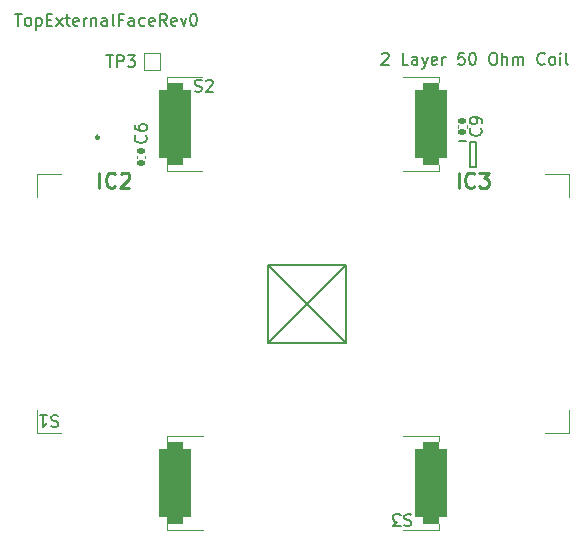
<source format=gto>
G04 #@! TF.GenerationSoftware,KiCad,Pcbnew,7.0.2*
G04 #@! TF.CreationDate,2023-06-06T15:17:54-04:00*
G04 #@! TF.ProjectId,TopExternalFaceRev1,546f7045-7874-4657-926e-616c46616365,rev?*
G04 #@! TF.SameCoordinates,Original*
G04 #@! TF.FileFunction,Legend,Top*
G04 #@! TF.FilePolarity,Positive*
%FSLAX46Y46*%
G04 Gerber Fmt 4.6, Leading zero omitted, Abs format (unit mm)*
G04 Created by KiCad (PCBNEW 7.0.2) date 2023-06-06 15:17:54*
%MOMM*%
%LPD*%
G01*
G04 APERTURE LIST*
G04 Aperture macros list*
%AMRoundRect*
0 Rectangle with rounded corners*
0 $1 Rounding radius*
0 $2 $3 $4 $5 $6 $7 $8 $9 X,Y pos of 4 corners*
0 Add a 4 corners polygon primitive as box body*
4,1,4,$2,$3,$4,$5,$6,$7,$8,$9,$2,$3,0*
0 Add four circle primitives for the rounded corners*
1,1,$1+$1,$2,$3*
1,1,$1+$1,$4,$5*
1,1,$1+$1,$6,$7*
1,1,$1+$1,$8,$9*
0 Add four rect primitives between the rounded corners*
20,1,$1+$1,$2,$3,$4,$5,0*
20,1,$1+$1,$4,$5,$6,$7,0*
20,1,$1+$1,$6,$7,$8,$9,0*
20,1,$1+$1,$8,$9,$2,$3,0*%
G04 Aperture macros list end*
%ADD10C,0.150000*%
%ADD11C,0.254000*%
%ADD12C,0.120000*%
%ADD13C,0.200000*%
%ADD14C,0.250000*%
%ADD15C,3.500000*%
%ADD16R,1.000000X1.000000*%
%ADD17RoundRect,0.140000X-0.170000X0.140000X-0.170000X-0.140000X0.170000X-0.140000X0.170000X0.140000X0*%
%ADD18RoundRect,0.140000X0.170000X-0.140000X0.170000X0.140000X-0.170000X0.140000X-0.170000X-0.140000X0*%
%ADD19R,0.620000X0.300000*%
%ADD20RoundRect,0.660750X0.660750X2.839250X-0.660750X2.839250X-0.660750X-2.839250X0.660750X-2.839250X0*%
%ADD21RoundRect,0.660750X-0.660750X-2.839250X0.660750X-2.839250X0.660750X2.839250X-0.660750X2.839250X0*%
%ADD22R,0.600000X0.350000*%
%ADD23R,1.100000X1.700000*%
G04 APERTURE END LIST*
D10*
X122000000Y-121800000D02*
X128600000Y-121800000D01*
X128600000Y-128400000D01*
X122000000Y-128400000D01*
X122000000Y-121800000D01*
X128600000Y-121800000D02*
X122000000Y-128400000D01*
X122000000Y-121800000D02*
X128600000Y-128400000D01*
X131690476Y-103972857D02*
X131738095Y-103925238D01*
X131738095Y-103925238D02*
X131833333Y-103877619D01*
X131833333Y-103877619D02*
X132071428Y-103877619D01*
X132071428Y-103877619D02*
X132166666Y-103925238D01*
X132166666Y-103925238D02*
X132214285Y-103972857D01*
X132214285Y-103972857D02*
X132261904Y-104068095D01*
X132261904Y-104068095D02*
X132261904Y-104163333D01*
X132261904Y-104163333D02*
X132214285Y-104306190D01*
X132214285Y-104306190D02*
X131642857Y-104877619D01*
X131642857Y-104877619D02*
X132261904Y-104877619D01*
X133928571Y-104877619D02*
X133452381Y-104877619D01*
X133452381Y-104877619D02*
X133452381Y-103877619D01*
X134690476Y-104877619D02*
X134690476Y-104353809D01*
X134690476Y-104353809D02*
X134642857Y-104258571D01*
X134642857Y-104258571D02*
X134547619Y-104210952D01*
X134547619Y-104210952D02*
X134357143Y-104210952D01*
X134357143Y-104210952D02*
X134261905Y-104258571D01*
X134690476Y-104830000D02*
X134595238Y-104877619D01*
X134595238Y-104877619D02*
X134357143Y-104877619D01*
X134357143Y-104877619D02*
X134261905Y-104830000D01*
X134261905Y-104830000D02*
X134214286Y-104734761D01*
X134214286Y-104734761D02*
X134214286Y-104639523D01*
X134214286Y-104639523D02*
X134261905Y-104544285D01*
X134261905Y-104544285D02*
X134357143Y-104496666D01*
X134357143Y-104496666D02*
X134595238Y-104496666D01*
X134595238Y-104496666D02*
X134690476Y-104449047D01*
X135071429Y-104210952D02*
X135309524Y-104877619D01*
X135547619Y-104210952D02*
X135309524Y-104877619D01*
X135309524Y-104877619D02*
X135214286Y-105115714D01*
X135214286Y-105115714D02*
X135166667Y-105163333D01*
X135166667Y-105163333D02*
X135071429Y-105210952D01*
X136309524Y-104830000D02*
X136214286Y-104877619D01*
X136214286Y-104877619D02*
X136023810Y-104877619D01*
X136023810Y-104877619D02*
X135928572Y-104830000D01*
X135928572Y-104830000D02*
X135880953Y-104734761D01*
X135880953Y-104734761D02*
X135880953Y-104353809D01*
X135880953Y-104353809D02*
X135928572Y-104258571D01*
X135928572Y-104258571D02*
X136023810Y-104210952D01*
X136023810Y-104210952D02*
X136214286Y-104210952D01*
X136214286Y-104210952D02*
X136309524Y-104258571D01*
X136309524Y-104258571D02*
X136357143Y-104353809D01*
X136357143Y-104353809D02*
X136357143Y-104449047D01*
X136357143Y-104449047D02*
X135880953Y-104544285D01*
X136785715Y-104877619D02*
X136785715Y-104210952D01*
X136785715Y-104401428D02*
X136833334Y-104306190D01*
X136833334Y-104306190D02*
X136880953Y-104258571D01*
X136880953Y-104258571D02*
X136976191Y-104210952D01*
X136976191Y-104210952D02*
X137071429Y-104210952D01*
X138642858Y-103877619D02*
X138166668Y-103877619D01*
X138166668Y-103877619D02*
X138119049Y-104353809D01*
X138119049Y-104353809D02*
X138166668Y-104306190D01*
X138166668Y-104306190D02*
X138261906Y-104258571D01*
X138261906Y-104258571D02*
X138500001Y-104258571D01*
X138500001Y-104258571D02*
X138595239Y-104306190D01*
X138595239Y-104306190D02*
X138642858Y-104353809D01*
X138642858Y-104353809D02*
X138690477Y-104449047D01*
X138690477Y-104449047D02*
X138690477Y-104687142D01*
X138690477Y-104687142D02*
X138642858Y-104782380D01*
X138642858Y-104782380D02*
X138595239Y-104830000D01*
X138595239Y-104830000D02*
X138500001Y-104877619D01*
X138500001Y-104877619D02*
X138261906Y-104877619D01*
X138261906Y-104877619D02*
X138166668Y-104830000D01*
X138166668Y-104830000D02*
X138119049Y-104782380D01*
X139309525Y-103877619D02*
X139404763Y-103877619D01*
X139404763Y-103877619D02*
X139500001Y-103925238D01*
X139500001Y-103925238D02*
X139547620Y-103972857D01*
X139547620Y-103972857D02*
X139595239Y-104068095D01*
X139595239Y-104068095D02*
X139642858Y-104258571D01*
X139642858Y-104258571D02*
X139642858Y-104496666D01*
X139642858Y-104496666D02*
X139595239Y-104687142D01*
X139595239Y-104687142D02*
X139547620Y-104782380D01*
X139547620Y-104782380D02*
X139500001Y-104830000D01*
X139500001Y-104830000D02*
X139404763Y-104877619D01*
X139404763Y-104877619D02*
X139309525Y-104877619D01*
X139309525Y-104877619D02*
X139214287Y-104830000D01*
X139214287Y-104830000D02*
X139166668Y-104782380D01*
X139166668Y-104782380D02*
X139119049Y-104687142D01*
X139119049Y-104687142D02*
X139071430Y-104496666D01*
X139071430Y-104496666D02*
X139071430Y-104258571D01*
X139071430Y-104258571D02*
X139119049Y-104068095D01*
X139119049Y-104068095D02*
X139166668Y-103972857D01*
X139166668Y-103972857D02*
X139214287Y-103925238D01*
X139214287Y-103925238D02*
X139309525Y-103877619D01*
X141023811Y-103877619D02*
X141214287Y-103877619D01*
X141214287Y-103877619D02*
X141309525Y-103925238D01*
X141309525Y-103925238D02*
X141404763Y-104020476D01*
X141404763Y-104020476D02*
X141452382Y-104210952D01*
X141452382Y-104210952D02*
X141452382Y-104544285D01*
X141452382Y-104544285D02*
X141404763Y-104734761D01*
X141404763Y-104734761D02*
X141309525Y-104830000D01*
X141309525Y-104830000D02*
X141214287Y-104877619D01*
X141214287Y-104877619D02*
X141023811Y-104877619D01*
X141023811Y-104877619D02*
X140928573Y-104830000D01*
X140928573Y-104830000D02*
X140833335Y-104734761D01*
X140833335Y-104734761D02*
X140785716Y-104544285D01*
X140785716Y-104544285D02*
X140785716Y-104210952D01*
X140785716Y-104210952D02*
X140833335Y-104020476D01*
X140833335Y-104020476D02*
X140928573Y-103925238D01*
X140928573Y-103925238D02*
X141023811Y-103877619D01*
X141880954Y-104877619D02*
X141880954Y-103877619D01*
X142309525Y-104877619D02*
X142309525Y-104353809D01*
X142309525Y-104353809D02*
X142261906Y-104258571D01*
X142261906Y-104258571D02*
X142166668Y-104210952D01*
X142166668Y-104210952D02*
X142023811Y-104210952D01*
X142023811Y-104210952D02*
X141928573Y-104258571D01*
X141928573Y-104258571D02*
X141880954Y-104306190D01*
X142785716Y-104877619D02*
X142785716Y-104210952D01*
X142785716Y-104306190D02*
X142833335Y-104258571D01*
X142833335Y-104258571D02*
X142928573Y-104210952D01*
X142928573Y-104210952D02*
X143071430Y-104210952D01*
X143071430Y-104210952D02*
X143166668Y-104258571D01*
X143166668Y-104258571D02*
X143214287Y-104353809D01*
X143214287Y-104353809D02*
X143214287Y-104877619D01*
X143214287Y-104353809D02*
X143261906Y-104258571D01*
X143261906Y-104258571D02*
X143357144Y-104210952D01*
X143357144Y-104210952D02*
X143500001Y-104210952D01*
X143500001Y-104210952D02*
X143595240Y-104258571D01*
X143595240Y-104258571D02*
X143642859Y-104353809D01*
X143642859Y-104353809D02*
X143642859Y-104877619D01*
X145452382Y-104782380D02*
X145404763Y-104830000D01*
X145404763Y-104830000D02*
X145261906Y-104877619D01*
X145261906Y-104877619D02*
X145166668Y-104877619D01*
X145166668Y-104877619D02*
X145023811Y-104830000D01*
X145023811Y-104830000D02*
X144928573Y-104734761D01*
X144928573Y-104734761D02*
X144880954Y-104639523D01*
X144880954Y-104639523D02*
X144833335Y-104449047D01*
X144833335Y-104449047D02*
X144833335Y-104306190D01*
X144833335Y-104306190D02*
X144880954Y-104115714D01*
X144880954Y-104115714D02*
X144928573Y-104020476D01*
X144928573Y-104020476D02*
X145023811Y-103925238D01*
X145023811Y-103925238D02*
X145166668Y-103877619D01*
X145166668Y-103877619D02*
X145261906Y-103877619D01*
X145261906Y-103877619D02*
X145404763Y-103925238D01*
X145404763Y-103925238D02*
X145452382Y-103972857D01*
X146023811Y-104877619D02*
X145928573Y-104830000D01*
X145928573Y-104830000D02*
X145880954Y-104782380D01*
X145880954Y-104782380D02*
X145833335Y-104687142D01*
X145833335Y-104687142D02*
X145833335Y-104401428D01*
X145833335Y-104401428D02*
X145880954Y-104306190D01*
X145880954Y-104306190D02*
X145928573Y-104258571D01*
X145928573Y-104258571D02*
X146023811Y-104210952D01*
X146023811Y-104210952D02*
X146166668Y-104210952D01*
X146166668Y-104210952D02*
X146261906Y-104258571D01*
X146261906Y-104258571D02*
X146309525Y-104306190D01*
X146309525Y-104306190D02*
X146357144Y-104401428D01*
X146357144Y-104401428D02*
X146357144Y-104687142D01*
X146357144Y-104687142D02*
X146309525Y-104782380D01*
X146309525Y-104782380D02*
X146261906Y-104830000D01*
X146261906Y-104830000D02*
X146166668Y-104877619D01*
X146166668Y-104877619D02*
X146023811Y-104877619D01*
X146785716Y-104877619D02*
X146785716Y-104210952D01*
X146785716Y-103877619D02*
X146738097Y-103925238D01*
X146738097Y-103925238D02*
X146785716Y-103972857D01*
X146785716Y-103972857D02*
X146833335Y-103925238D01*
X146833335Y-103925238D02*
X146785716Y-103877619D01*
X146785716Y-103877619D02*
X146785716Y-103972857D01*
X147404763Y-104877619D02*
X147309525Y-104830000D01*
X147309525Y-104830000D02*
X147261906Y-104734761D01*
X147261906Y-104734761D02*
X147261906Y-103877619D01*
X100595238Y-100577619D02*
X101166666Y-100577619D01*
X100880952Y-101577619D02*
X100880952Y-100577619D01*
X101642857Y-101577619D02*
X101547619Y-101530000D01*
X101547619Y-101530000D02*
X101500000Y-101482380D01*
X101500000Y-101482380D02*
X101452381Y-101387142D01*
X101452381Y-101387142D02*
X101452381Y-101101428D01*
X101452381Y-101101428D02*
X101500000Y-101006190D01*
X101500000Y-101006190D02*
X101547619Y-100958571D01*
X101547619Y-100958571D02*
X101642857Y-100910952D01*
X101642857Y-100910952D02*
X101785714Y-100910952D01*
X101785714Y-100910952D02*
X101880952Y-100958571D01*
X101880952Y-100958571D02*
X101928571Y-101006190D01*
X101928571Y-101006190D02*
X101976190Y-101101428D01*
X101976190Y-101101428D02*
X101976190Y-101387142D01*
X101976190Y-101387142D02*
X101928571Y-101482380D01*
X101928571Y-101482380D02*
X101880952Y-101530000D01*
X101880952Y-101530000D02*
X101785714Y-101577619D01*
X101785714Y-101577619D02*
X101642857Y-101577619D01*
X102404762Y-100910952D02*
X102404762Y-101910952D01*
X102404762Y-100958571D02*
X102500000Y-100910952D01*
X102500000Y-100910952D02*
X102690476Y-100910952D01*
X102690476Y-100910952D02*
X102785714Y-100958571D01*
X102785714Y-100958571D02*
X102833333Y-101006190D01*
X102833333Y-101006190D02*
X102880952Y-101101428D01*
X102880952Y-101101428D02*
X102880952Y-101387142D01*
X102880952Y-101387142D02*
X102833333Y-101482380D01*
X102833333Y-101482380D02*
X102785714Y-101530000D01*
X102785714Y-101530000D02*
X102690476Y-101577619D01*
X102690476Y-101577619D02*
X102500000Y-101577619D01*
X102500000Y-101577619D02*
X102404762Y-101530000D01*
X103309524Y-101053809D02*
X103642857Y-101053809D01*
X103785714Y-101577619D02*
X103309524Y-101577619D01*
X103309524Y-101577619D02*
X103309524Y-100577619D01*
X103309524Y-100577619D02*
X103785714Y-100577619D01*
X104119048Y-101577619D02*
X104642857Y-100910952D01*
X104119048Y-100910952D02*
X104642857Y-101577619D01*
X104880953Y-100910952D02*
X105261905Y-100910952D01*
X105023810Y-100577619D02*
X105023810Y-101434761D01*
X105023810Y-101434761D02*
X105071429Y-101530000D01*
X105071429Y-101530000D02*
X105166667Y-101577619D01*
X105166667Y-101577619D02*
X105261905Y-101577619D01*
X105976191Y-101530000D02*
X105880953Y-101577619D01*
X105880953Y-101577619D02*
X105690477Y-101577619D01*
X105690477Y-101577619D02*
X105595239Y-101530000D01*
X105595239Y-101530000D02*
X105547620Y-101434761D01*
X105547620Y-101434761D02*
X105547620Y-101053809D01*
X105547620Y-101053809D02*
X105595239Y-100958571D01*
X105595239Y-100958571D02*
X105690477Y-100910952D01*
X105690477Y-100910952D02*
X105880953Y-100910952D01*
X105880953Y-100910952D02*
X105976191Y-100958571D01*
X105976191Y-100958571D02*
X106023810Y-101053809D01*
X106023810Y-101053809D02*
X106023810Y-101149047D01*
X106023810Y-101149047D02*
X105547620Y-101244285D01*
X106452382Y-101577619D02*
X106452382Y-100910952D01*
X106452382Y-101101428D02*
X106500001Y-101006190D01*
X106500001Y-101006190D02*
X106547620Y-100958571D01*
X106547620Y-100958571D02*
X106642858Y-100910952D01*
X106642858Y-100910952D02*
X106738096Y-100910952D01*
X107071430Y-100910952D02*
X107071430Y-101577619D01*
X107071430Y-101006190D02*
X107119049Y-100958571D01*
X107119049Y-100958571D02*
X107214287Y-100910952D01*
X107214287Y-100910952D02*
X107357144Y-100910952D01*
X107357144Y-100910952D02*
X107452382Y-100958571D01*
X107452382Y-100958571D02*
X107500001Y-101053809D01*
X107500001Y-101053809D02*
X107500001Y-101577619D01*
X108404763Y-101577619D02*
X108404763Y-101053809D01*
X108404763Y-101053809D02*
X108357144Y-100958571D01*
X108357144Y-100958571D02*
X108261906Y-100910952D01*
X108261906Y-100910952D02*
X108071430Y-100910952D01*
X108071430Y-100910952D02*
X107976192Y-100958571D01*
X108404763Y-101530000D02*
X108309525Y-101577619D01*
X108309525Y-101577619D02*
X108071430Y-101577619D01*
X108071430Y-101577619D02*
X107976192Y-101530000D01*
X107976192Y-101530000D02*
X107928573Y-101434761D01*
X107928573Y-101434761D02*
X107928573Y-101339523D01*
X107928573Y-101339523D02*
X107976192Y-101244285D01*
X107976192Y-101244285D02*
X108071430Y-101196666D01*
X108071430Y-101196666D02*
X108309525Y-101196666D01*
X108309525Y-101196666D02*
X108404763Y-101149047D01*
X109023811Y-101577619D02*
X108928573Y-101530000D01*
X108928573Y-101530000D02*
X108880954Y-101434761D01*
X108880954Y-101434761D02*
X108880954Y-100577619D01*
X109738097Y-101053809D02*
X109404764Y-101053809D01*
X109404764Y-101577619D02*
X109404764Y-100577619D01*
X109404764Y-100577619D02*
X109880954Y-100577619D01*
X110690478Y-101577619D02*
X110690478Y-101053809D01*
X110690478Y-101053809D02*
X110642859Y-100958571D01*
X110642859Y-100958571D02*
X110547621Y-100910952D01*
X110547621Y-100910952D02*
X110357145Y-100910952D01*
X110357145Y-100910952D02*
X110261907Y-100958571D01*
X110690478Y-101530000D02*
X110595240Y-101577619D01*
X110595240Y-101577619D02*
X110357145Y-101577619D01*
X110357145Y-101577619D02*
X110261907Y-101530000D01*
X110261907Y-101530000D02*
X110214288Y-101434761D01*
X110214288Y-101434761D02*
X110214288Y-101339523D01*
X110214288Y-101339523D02*
X110261907Y-101244285D01*
X110261907Y-101244285D02*
X110357145Y-101196666D01*
X110357145Y-101196666D02*
X110595240Y-101196666D01*
X110595240Y-101196666D02*
X110690478Y-101149047D01*
X111595240Y-101530000D02*
X111500002Y-101577619D01*
X111500002Y-101577619D02*
X111309526Y-101577619D01*
X111309526Y-101577619D02*
X111214288Y-101530000D01*
X111214288Y-101530000D02*
X111166669Y-101482380D01*
X111166669Y-101482380D02*
X111119050Y-101387142D01*
X111119050Y-101387142D02*
X111119050Y-101101428D01*
X111119050Y-101101428D02*
X111166669Y-101006190D01*
X111166669Y-101006190D02*
X111214288Y-100958571D01*
X111214288Y-100958571D02*
X111309526Y-100910952D01*
X111309526Y-100910952D02*
X111500002Y-100910952D01*
X111500002Y-100910952D02*
X111595240Y-100958571D01*
X112404764Y-101530000D02*
X112309526Y-101577619D01*
X112309526Y-101577619D02*
X112119050Y-101577619D01*
X112119050Y-101577619D02*
X112023812Y-101530000D01*
X112023812Y-101530000D02*
X111976193Y-101434761D01*
X111976193Y-101434761D02*
X111976193Y-101053809D01*
X111976193Y-101053809D02*
X112023812Y-100958571D01*
X112023812Y-100958571D02*
X112119050Y-100910952D01*
X112119050Y-100910952D02*
X112309526Y-100910952D01*
X112309526Y-100910952D02*
X112404764Y-100958571D01*
X112404764Y-100958571D02*
X112452383Y-101053809D01*
X112452383Y-101053809D02*
X112452383Y-101149047D01*
X112452383Y-101149047D02*
X111976193Y-101244285D01*
X113452383Y-101577619D02*
X113119050Y-101101428D01*
X112880955Y-101577619D02*
X112880955Y-100577619D01*
X112880955Y-100577619D02*
X113261907Y-100577619D01*
X113261907Y-100577619D02*
X113357145Y-100625238D01*
X113357145Y-100625238D02*
X113404764Y-100672857D01*
X113404764Y-100672857D02*
X113452383Y-100768095D01*
X113452383Y-100768095D02*
X113452383Y-100910952D01*
X113452383Y-100910952D02*
X113404764Y-101006190D01*
X113404764Y-101006190D02*
X113357145Y-101053809D01*
X113357145Y-101053809D02*
X113261907Y-101101428D01*
X113261907Y-101101428D02*
X112880955Y-101101428D01*
X114261907Y-101530000D02*
X114166669Y-101577619D01*
X114166669Y-101577619D02*
X113976193Y-101577619D01*
X113976193Y-101577619D02*
X113880955Y-101530000D01*
X113880955Y-101530000D02*
X113833336Y-101434761D01*
X113833336Y-101434761D02*
X113833336Y-101053809D01*
X113833336Y-101053809D02*
X113880955Y-100958571D01*
X113880955Y-100958571D02*
X113976193Y-100910952D01*
X113976193Y-100910952D02*
X114166669Y-100910952D01*
X114166669Y-100910952D02*
X114261907Y-100958571D01*
X114261907Y-100958571D02*
X114309526Y-101053809D01*
X114309526Y-101053809D02*
X114309526Y-101149047D01*
X114309526Y-101149047D02*
X113833336Y-101244285D01*
X114642860Y-100910952D02*
X114880955Y-101577619D01*
X114880955Y-101577619D02*
X115119050Y-100910952D01*
X115690479Y-100577619D02*
X115785717Y-100577619D01*
X115785717Y-100577619D02*
X115880955Y-100625238D01*
X115880955Y-100625238D02*
X115928574Y-100672857D01*
X115928574Y-100672857D02*
X115976193Y-100768095D01*
X115976193Y-100768095D02*
X116023812Y-100958571D01*
X116023812Y-100958571D02*
X116023812Y-101196666D01*
X116023812Y-101196666D02*
X115976193Y-101387142D01*
X115976193Y-101387142D02*
X115928574Y-101482380D01*
X115928574Y-101482380D02*
X115880955Y-101530000D01*
X115880955Y-101530000D02*
X115785717Y-101577619D01*
X115785717Y-101577619D02*
X115690479Y-101577619D01*
X115690479Y-101577619D02*
X115595241Y-101530000D01*
X115595241Y-101530000D02*
X115547622Y-101482380D01*
X115547622Y-101482380D02*
X115500003Y-101387142D01*
X115500003Y-101387142D02*
X115452384Y-101196666D01*
X115452384Y-101196666D02*
X115452384Y-100958571D01*
X115452384Y-100958571D02*
X115500003Y-100768095D01*
X115500003Y-100768095D02*
X115547622Y-100672857D01*
X115547622Y-100672857D02*
X115595241Y-100625238D01*
X115595241Y-100625238D02*
X115690479Y-100577619D01*
X104261904Y-134585000D02*
X104119047Y-134537380D01*
X104119047Y-134537380D02*
X103880952Y-134537380D01*
X103880952Y-134537380D02*
X103785714Y-134585000D01*
X103785714Y-134585000D02*
X103738095Y-134632619D01*
X103738095Y-134632619D02*
X103690476Y-134727857D01*
X103690476Y-134727857D02*
X103690476Y-134823095D01*
X103690476Y-134823095D02*
X103738095Y-134918333D01*
X103738095Y-134918333D02*
X103785714Y-134965952D01*
X103785714Y-134965952D02*
X103880952Y-135013571D01*
X103880952Y-135013571D02*
X104071428Y-135061190D01*
X104071428Y-135061190D02*
X104166666Y-135108809D01*
X104166666Y-135108809D02*
X104214285Y-135156428D01*
X104214285Y-135156428D02*
X104261904Y-135251666D01*
X104261904Y-135251666D02*
X104261904Y-135346904D01*
X104261904Y-135346904D02*
X104214285Y-135442142D01*
X104214285Y-135442142D02*
X104166666Y-135489761D01*
X104166666Y-135489761D02*
X104071428Y-135537380D01*
X104071428Y-135537380D02*
X103833333Y-135537380D01*
X103833333Y-135537380D02*
X103690476Y-135489761D01*
X102738095Y-134537380D02*
X103309523Y-134537380D01*
X103023809Y-134537380D02*
X103023809Y-135537380D01*
X103023809Y-135537380D02*
X103119047Y-135394523D01*
X103119047Y-135394523D02*
X103214285Y-135299285D01*
X103214285Y-135299285D02*
X103309523Y-135251666D01*
X108338095Y-104062619D02*
X108909523Y-104062619D01*
X108623809Y-105062619D02*
X108623809Y-104062619D01*
X109242857Y-105062619D02*
X109242857Y-104062619D01*
X109242857Y-104062619D02*
X109623809Y-104062619D01*
X109623809Y-104062619D02*
X109719047Y-104110238D01*
X109719047Y-104110238D02*
X109766666Y-104157857D01*
X109766666Y-104157857D02*
X109814285Y-104253095D01*
X109814285Y-104253095D02*
X109814285Y-104395952D01*
X109814285Y-104395952D02*
X109766666Y-104491190D01*
X109766666Y-104491190D02*
X109719047Y-104538809D01*
X109719047Y-104538809D02*
X109623809Y-104586428D01*
X109623809Y-104586428D02*
X109242857Y-104586428D01*
X110147619Y-104062619D02*
X110766666Y-104062619D01*
X110766666Y-104062619D02*
X110433333Y-104443571D01*
X110433333Y-104443571D02*
X110576190Y-104443571D01*
X110576190Y-104443571D02*
X110671428Y-104491190D01*
X110671428Y-104491190D02*
X110719047Y-104538809D01*
X110719047Y-104538809D02*
X110766666Y-104634047D01*
X110766666Y-104634047D02*
X110766666Y-104872142D01*
X110766666Y-104872142D02*
X110719047Y-104967380D01*
X110719047Y-104967380D02*
X110671428Y-105015000D01*
X110671428Y-105015000D02*
X110576190Y-105062619D01*
X110576190Y-105062619D02*
X110290476Y-105062619D01*
X110290476Y-105062619D02*
X110195238Y-105015000D01*
X110195238Y-105015000D02*
X110147619Y-104967380D01*
X140027380Y-110266666D02*
X140075000Y-110314285D01*
X140075000Y-110314285D02*
X140122619Y-110457142D01*
X140122619Y-110457142D02*
X140122619Y-110552380D01*
X140122619Y-110552380D02*
X140075000Y-110695237D01*
X140075000Y-110695237D02*
X139979761Y-110790475D01*
X139979761Y-110790475D02*
X139884523Y-110838094D01*
X139884523Y-110838094D02*
X139694047Y-110885713D01*
X139694047Y-110885713D02*
X139551190Y-110885713D01*
X139551190Y-110885713D02*
X139360714Y-110838094D01*
X139360714Y-110838094D02*
X139265476Y-110790475D01*
X139265476Y-110790475D02*
X139170238Y-110695237D01*
X139170238Y-110695237D02*
X139122619Y-110552380D01*
X139122619Y-110552380D02*
X139122619Y-110457142D01*
X139122619Y-110457142D02*
X139170238Y-110314285D01*
X139170238Y-110314285D02*
X139217857Y-110266666D01*
X140122619Y-109790475D02*
X140122619Y-109599999D01*
X140122619Y-109599999D02*
X140075000Y-109504761D01*
X140075000Y-109504761D02*
X140027380Y-109457142D01*
X140027380Y-109457142D02*
X139884523Y-109361904D01*
X139884523Y-109361904D02*
X139694047Y-109314285D01*
X139694047Y-109314285D02*
X139313095Y-109314285D01*
X139313095Y-109314285D02*
X139217857Y-109361904D01*
X139217857Y-109361904D02*
X139170238Y-109409523D01*
X139170238Y-109409523D02*
X139122619Y-109504761D01*
X139122619Y-109504761D02*
X139122619Y-109695237D01*
X139122619Y-109695237D02*
X139170238Y-109790475D01*
X139170238Y-109790475D02*
X139217857Y-109838094D01*
X139217857Y-109838094D02*
X139313095Y-109885713D01*
X139313095Y-109885713D02*
X139551190Y-109885713D01*
X139551190Y-109885713D02*
X139646428Y-109838094D01*
X139646428Y-109838094D02*
X139694047Y-109790475D01*
X139694047Y-109790475D02*
X139741666Y-109695237D01*
X139741666Y-109695237D02*
X139741666Y-109504761D01*
X139741666Y-109504761D02*
X139694047Y-109409523D01*
X139694047Y-109409523D02*
X139646428Y-109361904D01*
X139646428Y-109361904D02*
X139551190Y-109314285D01*
X111667380Y-110866666D02*
X111715000Y-110914285D01*
X111715000Y-110914285D02*
X111762619Y-111057142D01*
X111762619Y-111057142D02*
X111762619Y-111152380D01*
X111762619Y-111152380D02*
X111715000Y-111295237D01*
X111715000Y-111295237D02*
X111619761Y-111390475D01*
X111619761Y-111390475D02*
X111524523Y-111438094D01*
X111524523Y-111438094D02*
X111334047Y-111485713D01*
X111334047Y-111485713D02*
X111191190Y-111485713D01*
X111191190Y-111485713D02*
X111000714Y-111438094D01*
X111000714Y-111438094D02*
X110905476Y-111390475D01*
X110905476Y-111390475D02*
X110810238Y-111295237D01*
X110810238Y-111295237D02*
X110762619Y-111152380D01*
X110762619Y-111152380D02*
X110762619Y-111057142D01*
X110762619Y-111057142D02*
X110810238Y-110914285D01*
X110810238Y-110914285D02*
X110857857Y-110866666D01*
X110762619Y-110009523D02*
X110762619Y-110199999D01*
X110762619Y-110199999D02*
X110810238Y-110295237D01*
X110810238Y-110295237D02*
X110857857Y-110342856D01*
X110857857Y-110342856D02*
X111000714Y-110438094D01*
X111000714Y-110438094D02*
X111191190Y-110485713D01*
X111191190Y-110485713D02*
X111572142Y-110485713D01*
X111572142Y-110485713D02*
X111667380Y-110438094D01*
X111667380Y-110438094D02*
X111715000Y-110390475D01*
X111715000Y-110390475D02*
X111762619Y-110295237D01*
X111762619Y-110295237D02*
X111762619Y-110104761D01*
X111762619Y-110104761D02*
X111715000Y-110009523D01*
X111715000Y-110009523D02*
X111667380Y-109961904D01*
X111667380Y-109961904D02*
X111572142Y-109914285D01*
X111572142Y-109914285D02*
X111334047Y-109914285D01*
X111334047Y-109914285D02*
X111238809Y-109961904D01*
X111238809Y-109961904D02*
X111191190Y-110009523D01*
X111191190Y-110009523D02*
X111143571Y-110104761D01*
X111143571Y-110104761D02*
X111143571Y-110295237D01*
X111143571Y-110295237D02*
X111191190Y-110390475D01*
X111191190Y-110390475D02*
X111238809Y-110438094D01*
X111238809Y-110438094D02*
X111334047Y-110485713D01*
D11*
X138170237Y-115287526D02*
X138170237Y-114017526D01*
X139500714Y-115166573D02*
X139440238Y-115227050D01*
X139440238Y-115227050D02*
X139258809Y-115287526D01*
X139258809Y-115287526D02*
X139137857Y-115287526D01*
X139137857Y-115287526D02*
X138956428Y-115227050D01*
X138956428Y-115227050D02*
X138835476Y-115106097D01*
X138835476Y-115106097D02*
X138774999Y-114985145D01*
X138774999Y-114985145D02*
X138714523Y-114743240D01*
X138714523Y-114743240D02*
X138714523Y-114561811D01*
X138714523Y-114561811D02*
X138774999Y-114319907D01*
X138774999Y-114319907D02*
X138835476Y-114198954D01*
X138835476Y-114198954D02*
X138956428Y-114078002D01*
X138956428Y-114078002D02*
X139137857Y-114017526D01*
X139137857Y-114017526D02*
X139258809Y-114017526D01*
X139258809Y-114017526D02*
X139440238Y-114078002D01*
X139440238Y-114078002D02*
X139500714Y-114138478D01*
X139924047Y-114017526D02*
X140710238Y-114017526D01*
X140710238Y-114017526D02*
X140286904Y-114501335D01*
X140286904Y-114501335D02*
X140468333Y-114501335D01*
X140468333Y-114501335D02*
X140589285Y-114561811D01*
X140589285Y-114561811D02*
X140649761Y-114622288D01*
X140649761Y-114622288D02*
X140710238Y-114743240D01*
X140710238Y-114743240D02*
X140710238Y-115045621D01*
X140710238Y-115045621D02*
X140649761Y-115166573D01*
X140649761Y-115166573D02*
X140589285Y-115227050D01*
X140589285Y-115227050D02*
X140468333Y-115287526D01*
X140468333Y-115287526D02*
X140105476Y-115287526D01*
X140105476Y-115287526D02*
X139984523Y-115227050D01*
X139984523Y-115227050D02*
X139924047Y-115166573D01*
D10*
X134161904Y-142985000D02*
X134019047Y-142937380D01*
X134019047Y-142937380D02*
X133780952Y-142937380D01*
X133780952Y-142937380D02*
X133685714Y-142985000D01*
X133685714Y-142985000D02*
X133638095Y-143032619D01*
X133638095Y-143032619D02*
X133590476Y-143127857D01*
X133590476Y-143127857D02*
X133590476Y-143223095D01*
X133590476Y-143223095D02*
X133638095Y-143318333D01*
X133638095Y-143318333D02*
X133685714Y-143365952D01*
X133685714Y-143365952D02*
X133780952Y-143413571D01*
X133780952Y-143413571D02*
X133971428Y-143461190D01*
X133971428Y-143461190D02*
X134066666Y-143508809D01*
X134066666Y-143508809D02*
X134114285Y-143556428D01*
X134114285Y-143556428D02*
X134161904Y-143651666D01*
X134161904Y-143651666D02*
X134161904Y-143746904D01*
X134161904Y-143746904D02*
X134114285Y-143842142D01*
X134114285Y-143842142D02*
X134066666Y-143889761D01*
X134066666Y-143889761D02*
X133971428Y-143937380D01*
X133971428Y-143937380D02*
X133733333Y-143937380D01*
X133733333Y-143937380D02*
X133590476Y-143889761D01*
X133257142Y-143937380D02*
X132638095Y-143937380D01*
X132638095Y-143937380D02*
X132971428Y-143556428D01*
X132971428Y-143556428D02*
X132828571Y-143556428D01*
X132828571Y-143556428D02*
X132733333Y-143508809D01*
X132733333Y-143508809D02*
X132685714Y-143461190D01*
X132685714Y-143461190D02*
X132638095Y-143365952D01*
X132638095Y-143365952D02*
X132638095Y-143127857D01*
X132638095Y-143127857D02*
X132685714Y-143032619D01*
X132685714Y-143032619D02*
X132733333Y-142985000D01*
X132733333Y-142985000D02*
X132828571Y-142937380D01*
X132828571Y-142937380D02*
X133114285Y-142937380D01*
X133114285Y-142937380D02*
X133209523Y-142985000D01*
X133209523Y-142985000D02*
X133257142Y-143032619D01*
X115838095Y-107115000D02*
X115980952Y-107162619D01*
X115980952Y-107162619D02*
X116219047Y-107162619D01*
X116219047Y-107162619D02*
X116314285Y-107115000D01*
X116314285Y-107115000D02*
X116361904Y-107067380D01*
X116361904Y-107067380D02*
X116409523Y-106972142D01*
X116409523Y-106972142D02*
X116409523Y-106876904D01*
X116409523Y-106876904D02*
X116361904Y-106781666D01*
X116361904Y-106781666D02*
X116314285Y-106734047D01*
X116314285Y-106734047D02*
X116219047Y-106686428D01*
X116219047Y-106686428D02*
X116028571Y-106638809D01*
X116028571Y-106638809D02*
X115933333Y-106591190D01*
X115933333Y-106591190D02*
X115885714Y-106543571D01*
X115885714Y-106543571D02*
X115838095Y-106448333D01*
X115838095Y-106448333D02*
X115838095Y-106353095D01*
X115838095Y-106353095D02*
X115885714Y-106257857D01*
X115885714Y-106257857D02*
X115933333Y-106210238D01*
X115933333Y-106210238D02*
X116028571Y-106162619D01*
X116028571Y-106162619D02*
X116266666Y-106162619D01*
X116266666Y-106162619D02*
X116409523Y-106210238D01*
X116790476Y-106257857D02*
X116838095Y-106210238D01*
X116838095Y-106210238D02*
X116933333Y-106162619D01*
X116933333Y-106162619D02*
X117171428Y-106162619D01*
X117171428Y-106162619D02*
X117266666Y-106210238D01*
X117266666Y-106210238D02*
X117314285Y-106257857D01*
X117314285Y-106257857D02*
X117361904Y-106353095D01*
X117361904Y-106353095D02*
X117361904Y-106448333D01*
X117361904Y-106448333D02*
X117314285Y-106591190D01*
X117314285Y-106591190D02*
X116742857Y-107162619D01*
X116742857Y-107162619D02*
X117361904Y-107162619D01*
D11*
X107760237Y-115287526D02*
X107760237Y-114017526D01*
X109090714Y-115166573D02*
X109030238Y-115227050D01*
X109030238Y-115227050D02*
X108848809Y-115287526D01*
X108848809Y-115287526D02*
X108727857Y-115287526D01*
X108727857Y-115287526D02*
X108546428Y-115227050D01*
X108546428Y-115227050D02*
X108425476Y-115106097D01*
X108425476Y-115106097D02*
X108364999Y-114985145D01*
X108364999Y-114985145D02*
X108304523Y-114743240D01*
X108304523Y-114743240D02*
X108304523Y-114561811D01*
X108304523Y-114561811D02*
X108364999Y-114319907D01*
X108364999Y-114319907D02*
X108425476Y-114198954D01*
X108425476Y-114198954D02*
X108546428Y-114078002D01*
X108546428Y-114078002D02*
X108727857Y-114017526D01*
X108727857Y-114017526D02*
X108848809Y-114017526D01*
X108848809Y-114017526D02*
X109030238Y-114078002D01*
X109030238Y-114078002D02*
X109090714Y-114138478D01*
X109574523Y-114138478D02*
X109634999Y-114078002D01*
X109634999Y-114078002D02*
X109755952Y-114017526D01*
X109755952Y-114017526D02*
X110058333Y-114017526D01*
X110058333Y-114017526D02*
X110179285Y-114078002D01*
X110179285Y-114078002D02*
X110239761Y-114138478D01*
X110239761Y-114138478D02*
X110300238Y-114259430D01*
X110300238Y-114259430D02*
X110300238Y-114380383D01*
X110300238Y-114380383D02*
X110239761Y-114561811D01*
X110239761Y-114561811D02*
X109514047Y-115287526D01*
X109514047Y-115287526D02*
X110300238Y-115287526D01*
D12*
X147500000Y-136100000D02*
X147500000Y-134100000D01*
X147500000Y-136100000D02*
X145500000Y-136100000D01*
X147500000Y-114100000D02*
X147500000Y-116100000D01*
X147500000Y-114100000D02*
X145500000Y-114100000D01*
X102500000Y-136100000D02*
X104500000Y-136100000D01*
X102500000Y-136100000D02*
X102500000Y-134100000D01*
X102500000Y-114100000D02*
X104500000Y-114100000D01*
X102500000Y-114100000D02*
X102500000Y-116100000D01*
X111500000Y-103900000D02*
X112900000Y-103900000D01*
X111500000Y-105300000D02*
X111500000Y-103900000D01*
X112900000Y-103900000D02*
X112900000Y-105300000D01*
X112900000Y-105300000D02*
X111500000Y-105300000D01*
X138860000Y-109992164D02*
X138860000Y-110207836D01*
X138140000Y-109992164D02*
X138140000Y-110207836D01*
X110940000Y-112807836D02*
X110940000Y-112592164D01*
X111660000Y-112807836D02*
X111660000Y-112592164D01*
D13*
X138190000Y-111300000D02*
X138810000Y-111300000D01*
X139160000Y-111400000D02*
X139660000Y-111400000D01*
X139160000Y-113500000D02*
X139160000Y-111400000D01*
X139660000Y-111400000D02*
X139660000Y-113500000D01*
X139660000Y-113500000D02*
X139160000Y-113500000D01*
D12*
X136500000Y-144300000D02*
X136500000Y-141300000D01*
X136500000Y-144300000D02*
X133500000Y-144300000D01*
X136500000Y-136300000D02*
X136500000Y-139300000D01*
X136500000Y-136300000D02*
X133500000Y-136300000D01*
X113500000Y-144300000D02*
X116500000Y-144300000D01*
X113500000Y-144300000D02*
X113500000Y-141300000D01*
X113500000Y-136300000D02*
X116500000Y-136300000D01*
X113500000Y-136300000D02*
X113500000Y-139300000D01*
X113478500Y-105900000D02*
X113478500Y-108900000D01*
X113478500Y-105900000D02*
X116478500Y-105900000D01*
X113478500Y-113900000D02*
X113478500Y-110900000D01*
X113478500Y-113900000D02*
X116478500Y-113900000D01*
X136478500Y-105900000D02*
X133478500Y-105900000D01*
X136478500Y-105900000D02*
X136478500Y-108900000D01*
X136478500Y-113900000D02*
X133478500Y-113900000D01*
X136478500Y-113900000D02*
X136478500Y-110900000D01*
D14*
X107725000Y-111025000D02*
G75*
G03*
X107725000Y-111025000I-125000J0D01*
G01*
%LPC*%
D15*
X144500000Y-125100000D03*
X105500000Y-125100000D03*
D16*
X112200000Y-104600000D03*
D17*
X138500000Y-109620000D03*
X138500000Y-110580000D03*
D18*
X111300000Y-113180000D03*
X111300000Y-112220000D03*
D19*
X138500000Y-111700000D03*
X138500000Y-112200000D03*
X138500000Y-112700000D03*
X138500000Y-113200000D03*
X140320000Y-113200000D03*
X140320000Y-112700000D03*
X140320000Y-112200000D03*
X140320000Y-111700000D03*
D20*
X114178500Y-140300000D03*
X135821500Y-140300000D03*
D21*
X135800000Y-109900000D03*
X114157000Y-109900000D03*
D22*
X107900000Y-111700000D03*
X107900000Y-112350000D03*
X107900000Y-113000000D03*
X110000000Y-113000000D03*
X110000000Y-112350000D03*
X110000000Y-111700000D03*
D23*
X108950000Y-112350000D03*
%LPD*%
M02*

</source>
